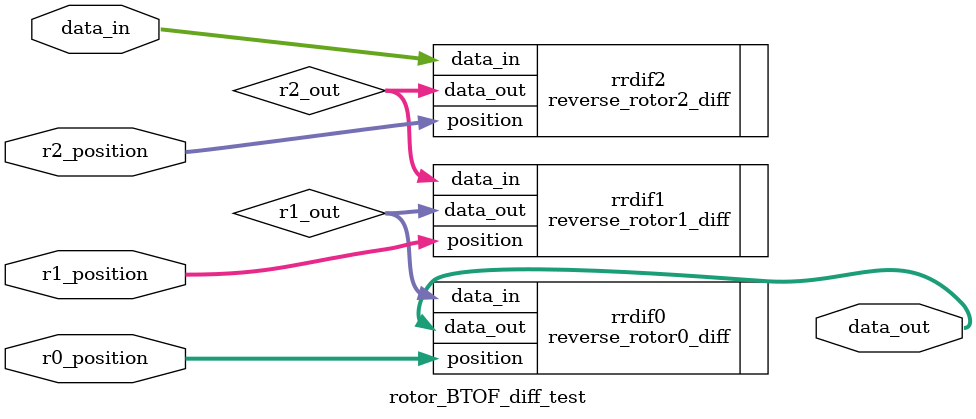
<source format=v>
`timescale 1ns / 1ps


module rotor_BTOF_diff_test(
input [5:0]data_in,
output [5:0]data_out,
input [5:0]r0_position,
input [5:0]r1_position,
input [5:0]r2_position
    );
    
    wire [5:0]r2_out;
    wire [5:0]r1_out;
    reverse_rotor0_diff rrdif0(.data_in(r1_out),.position(r0_position),.data_out(data_out));
    reverse_rotor1_diff rrdif1(.data_in(r2_out),.position(r1_position),.data_out(r1_out));
    reverse_rotor2_diff rrdif2(.data_in(data_in),.position(r2_position),.data_out(r2_out));
    
endmodule

</source>
